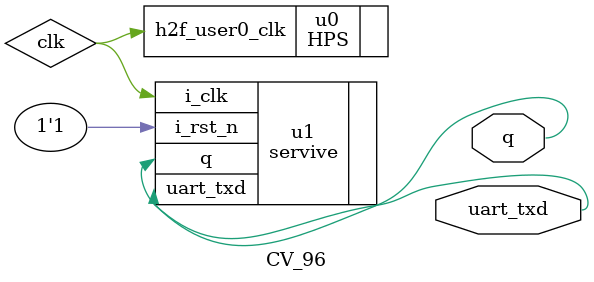
<source format=v>

module CV_96 (
	output q,
	output uart_txd
);

wire clk;		

HPS   u0(
	.h2f_user0_clk( clk)  	//hps_0_h2f_user0_clock.clk
);
	

servive  u1 (
	.i_clk   ( clk ), 
	.i_rst_n ( 1'b1),
	.q       ( q   ),
	.uart_txd( uart_txd )
);
	  
		   
endmodule







</source>
